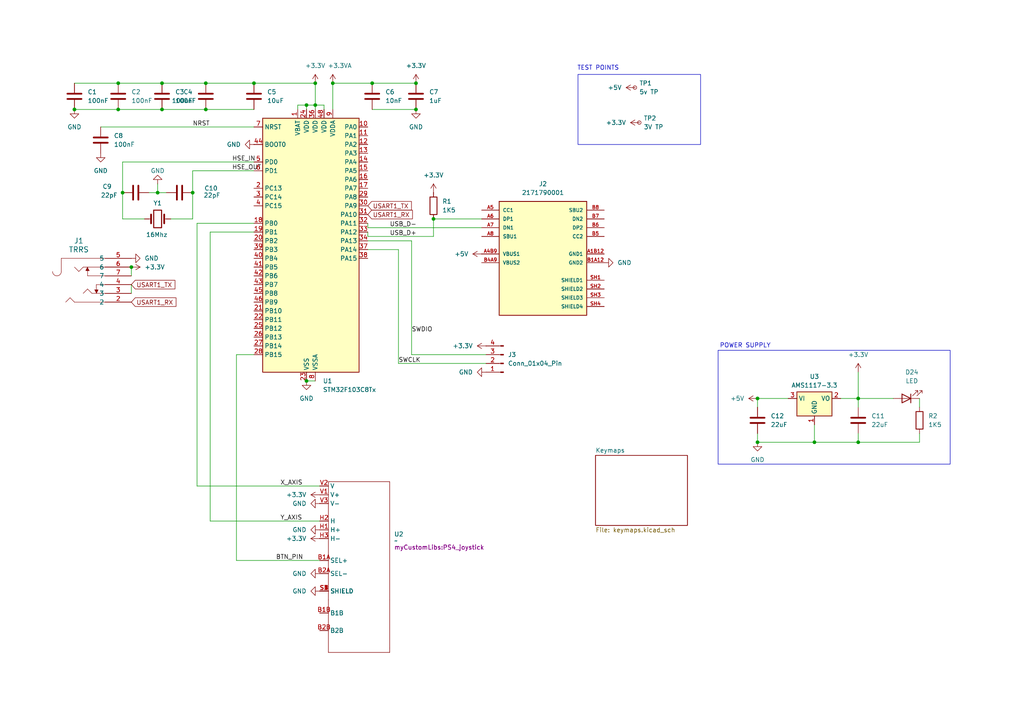
<source format=kicad_sch>
(kicad_sch (version 20231120) (generator "eeschema") (generator_version "8.0")
  (paper "A4")
  (lib_symbols
    (symbol "2024-10-08_17-42-46:PJ-342B-TX-SMT" (pin_names (offset 0.254))
      (property "Reference" "J" (at -10.16 7.62 0))
      (property "Value" "PJ-342B-TX-SMT" (at -10.16 5.08 0))
      (symbol "PJ-342B-TX-SMT_0_1"
        (arc (start -22.86 -3.81) (mid -21.59 -5.0744) (end -20.32 -3.81) (stroke (width 0.127)))
        (polyline (pts (xy -20.32 0) (xy -20.32 -3.81)) (stroke (width 0.127)))
        (polyline (pts (xy -17.78 -11.43) (xy -19.05 -12.7)) (stroke (width 0.127)))
        (polyline (pts (xy -16.51 -12.7) (xy -17.78 -11.43)) (stroke (width 0.127)))
        (polyline (pts (xy -15.24 -3.81) (xy -16.51 -2.54)) (stroke (width 0.127)))
        (polyline (pts (xy -13.97 -2.54) (xy -15.24 -3.81)) (stroke (width 0.127)))
        (polyline (pts (xy -12.7 -8.89) (xy -13.97 -10.16)) (stroke (width 0.127)))
        (polyline (pts (xy -12.7 -5.08) (xy -7.62 -5.08)) (stroke (width 0.127)))
        (polyline (pts (xy -12.7 -3.556) (xy -12.7 -5.08)) (stroke (width 0.127)))
        (polyline (pts (xy -11.43 -10.16) (xy -12.7 -8.89)) (stroke (width 0.127)))
        (polyline (pts (xy -10.16 -9.144) (xy -10.16 -7.62)) (stroke (width 0.127)))
        (polyline (pts (xy -10.16 -7.62) (xy -7.62 -7.62)) (stroke (width 0.127)))
        (polyline (pts (xy -7.62 -12.7) (xy -16.51 -12.7)) (stroke (width 0.127)))
        (polyline (pts (xy -7.62 -10.16) (xy -11.43 -10.16)) (stroke (width 0.127)))
        (polyline (pts (xy -7.62 -2.54) (xy -13.97 -2.54)) (stroke (width 0.127)))
        (polyline (pts (xy -7.62 0) (xy -20.32 0)) (stroke (width 0.127)))
        (polyline (pts (xy -12.7 -2.54) (xy -13.208 -3.556) (xy -12.192 -3.556)) (fill (type outline)))
        (polyline (pts (xy -10.16 -10.16) (xy -9.652 -9.144) (xy -10.668 -9.144)) (fill (type outline)))
        (pin unspecified line (at 0 -12.7 180) (length 7.62) (name "2") (number "2"))
        (pin unspecified line (at 0 -10.16 180) (length 7.62) (name "3") (number "3"))
        (pin unspecified line (at 0 -7.62 180) (length 7.62) (name "4") (number "4"))
        (pin unspecified line (at 0 0 180) (length 7.62) (name "5") (number "5"))
        (pin unspecified line (at 0 -2.54 180) (length 7.62) (name "6") (number "6"))
        (pin unspecified line (at 0 -5.08 180) (length 7.62) (name "7") (number "7"))
      )
    )
    (symbol "Connector:Conn_01x04_Pin" (pin_names (offset 1.016) hide)
      (property "Reference" "J" (at 0 5.08 0))
      (property "Value" "Conn_01x04_Pin" (at 0 -7.62 0))
      (symbol "Conn_01x04_Pin_1_1"
        (polyline (pts (xy 1.27 -5.08) (xy 0.8636 -5.08)) (stroke (width 0.1524)))
        (polyline (pts (xy 1.27 -2.54) (xy 0.8636 -2.54)) (stroke (width 0.1524)))
        (polyline (pts (xy 1.27 0) (xy 0.8636 0)) (stroke (width 0.1524)))
        (polyline (pts (xy 1.27 2.54) (xy 0.8636 2.54)) (stroke (width 0.1524)))
        (rectangle (start 0.8636 -4.953) (end 0 -5.207) (stroke (width 0.1524)) (fill (type outline)))
        (rectangle (start 0.8636 -2.413) (end 0 -2.667) (stroke (width 0.1524)) (fill (type outline)))
        (rectangle (start 0.8636 0.127) (end 0 -0.127) (stroke (width 0.1524)) (fill (type outline)))
        (rectangle (start 0.8636 2.667) (end 0 2.413) (stroke (width 0.1524)) (fill (type outline)))
        (pin passive line (at 5.08 2.54 180) (length 3.81) (name "Pin_1") (number "1"))
        (pin passive line (at 5.08 0 180) (length 3.81) (name "Pin_2") (number "2"))
        (pin passive line (at 5.08 -2.54 180) (length 3.81) (name "Pin_3") (number "3"))
        (pin passive line (at 5.08 -5.08 180) (length 3.81) (name "Pin_4") (number "4"))
      )
    )
    (symbol "Connector:TestPoint_Small" (pin_numbers hide) (pin_names (offset 0.762) hide)
      (property "Reference" "TP" (at 0 3.81 0))
      (property "Value" "TestPoint_Small" (at 0 2.032 0))
      (symbol "TestPoint_Small_0_1"
        (circle (center 0 0) (radius 0.508))
      )
      (symbol "TestPoint_Small_1_1"
        (pin passive line (at 0 0 90) (length 0) (name "1") (number "1"))
      )
    )
    (symbol "Device:C" (pin_numbers hide) (pin_names (offset 0.254))
      (property "Reference" "C" (at 0.635 2.54 0))
      (property "Value" "C" (at 0.635 -2.54 0))
      (symbol "C_0_1"
        (polyline (pts (xy -2.032 -0.762) (xy 2.032 -0.762)) (stroke (width 0.508)))
        (polyline (pts (xy -2.032 0.762) (xy 2.032 0.762)) (stroke (width 0.508)))
      )
      (symbol "C_1_1"
        (pin passive line (at 0 3.81 270) (length 2.794) (name "~") (number "1"))
        (pin passive line (at 0 -3.81 90) (length 2.794) (name "~") (number "2"))
      )
    )
    (symbol "Device:Crystal" (pin_numbers hide) (pin_names (offset 1.016) hide)
      (property "Reference" "Y" (at 0 3.81 0))
      (property "Value" "Crystal" (at 0 -3.81 0))
      (symbol "Crystal_0_1"
        (rectangle (start -1.143 2.54) (end 1.143 -2.54) (stroke (width 0.3048)))
        (polyline (pts (xy -2.54 0) (xy -1.905 0)))
        (polyline (pts (xy -1.905 -1.27) (xy -1.905 1.27)) (stroke (width 0.508)))
        (polyline (pts (xy 1.905 -1.27) (xy 1.905 1.27)) (stroke (width 0.508)))
        (polyline (pts (xy 2.54 0) (xy 1.905 0)))
      )
      (symbol "Crystal_1_1"
        (pin passive line (at -3.81 0 0) (length 1.27) (name "1") (number "1"))
        (pin passive line (at 3.81 0 180) (length 1.27) (name "2") (number "2"))
      )
    )
    (symbol "Device:LED" (pin_numbers hide) (pin_names (offset 1.016) hide)
      (property "Reference" "D" (at 0 2.54 0))
      (property "Value" "LED" (at 0 -2.54 0))
      (symbol "LED_0_1"
        (polyline (pts (xy -1.27 -1.27) (xy -1.27 1.27)) (stroke (width 0.254)))
        (polyline (pts (xy -1.27 0) (xy 1.27 0)))
        (polyline (pts (xy 1.27 -1.27) (xy 1.27 1.27) (xy -1.27 0) (xy 1.27 -1.27)) (stroke (width 0.254)))
        (polyline (pts (xy -3.048 -0.762) (xy -4.572 -2.286) (xy -3.81 -2.286) (xy -4.572 -2.286) (xy -4.572 -1.524)))
        (polyline (pts (xy -1.778 -0.762) (xy -3.302 -2.286) (xy -2.54 -2.286) (xy -3.302 -2.286) (xy -3.302 -1.524)))
      )
      (symbol "LED_1_1"
        (pin passive line (at -3.81 0 0) (length 2.54) (name "K") (number "1"))
        (pin passive line (at 3.81 0 180) (length 2.54) (name "A") (number "2"))
      )
    )
    (symbol "Device:R" (pin_numbers hide) (pin_names (offset 0))
      (property "Reference" "R" (at 2.032 0 90))
      (property "Value" "R" (at 0 0 90))
      (symbol "R_0_1"
        (rectangle (start -1.016 -2.54) (end 1.016 2.54) (stroke (width 0.254)))
      )
      (symbol "R_1_1"
        (pin passive line (at 0 3.81 270) (length 1.27) (name "~") (number "1"))
        (pin passive line (at 0 -3.81 90) (length 1.27) (name "~") (number "2"))
      )
    )
    (symbol "MCU_ST_STM32F1:STM32F103C8Tx"
      (property "Reference" "U" (at -12.7 39.37 0))
      (property "Value" "STM32F103C8Tx" (at 10.16 39.37 0))
      (symbol "STM32F103C8Tx_0_1"
        (rectangle (start -12.7 -35.56) (end 15.24 38.1) (stroke (width 0.254)) (fill (type background)))
      )
      (symbol "STM32F103C8Tx_1_1"
        (pin power_in line (at -2.54 40.64 270) (length 2.54) (name "VBAT") (number "1"))
        (pin bidirectional line (at 17.78 35.56 180) (length 2.54) (name "PA0") (number "10"))
        (pin bidirectional line (at 17.78 33.02 180) (length 2.54) (name "PA1") (number "11"))
        (pin bidirectional line (at 17.78 30.48 180) (length 2.54) (name "PA2") (number "12"))
        (pin bidirectional line (at 17.78 27.94 180) (length 2.54) (name "PA3") (number "13"))
        (pin bidirectional line (at 17.78 25.4 180) (length 2.54) (name "PA4") (number "14"))
        (pin bidirectional line (at 17.78 22.86 180) (length 2.54) (name "PA5") (number "15"))
        (pin bidirectional line (at 17.78 20.32 180) (length 2.54) (name "PA6") (number "16"))
        (pin bidirectional line (at 17.78 17.78 180) (length 2.54) (name "PA7") (number "17"))
        (pin bidirectional line (at -15.24 7.62 0) (length 2.54) (name "PB0") (number "18"))
        (pin bidirectional line (at -15.24 5.08 0) (length 2.54) (name "PB1") (number "19"))
        (pin bidirectional line (at -15.24 17.78 0) (length 2.54) (name "PC13") (number "2"))
        (pin bidirectional line (at -15.24 2.54 0) (length 2.54) (name "PB2") (number "20"))
        (pin bidirectional line (at -15.24 -17.78 0) (length 2.54) (name "PB10") (number "21"))
        (pin bidirectional line (at -15.24 -20.32 0) (length 2.54) (name "PB11") (number "22"))
        (pin power_in line (at 0 -38.1 90) (length 2.54) (name "VSS") (number "23"))
        (pin power_in line (at 0 40.64 270) (length 2.54) (name "VDD") (number "24"))
        (pin bidirectional line (at -15.24 -22.86 0) (length 2.54) (name "PB12") (number "25"))
        (pin bidirectional line (at -15.24 -25.4 0) (length 2.54) (name "PB13") (number "26"))
        (pin bidirectional line (at -15.24 -27.94 0) (length 2.54) (name "PB14") (number "27"))
        (pin bidirectional line (at -15.24 -30.48 0) (length 2.54) (name "PB15") (number "28"))
        (pin bidirectional line (at 17.78 15.24 180) (length 2.54) (name "PA8") (number "29"))
        (pin bidirectional line (at -15.24 15.24 0) (length 2.54) (name "PC14") (number "3"))
        (pin bidirectional line (at 17.78 12.7 180) (length 2.54) (name "PA9") (number "30"))
        (pin bidirectional line (at 17.78 10.16 180) (length 2.54) (name "PA10") (number "31"))
        (pin bidirectional line (at 17.78 7.62 180) (length 2.54) (name "PA11") (number "32"))
        (pin bidirectional line (at 17.78 5.08 180) (length 2.54) (name "PA12") (number "33"))
        (pin bidirectional line (at 17.78 2.54 180) (length 2.54) (name "PA13") (number "34"))
        (pin passive line (at 0 -38.1 90) (length 2.54) hide (name "VSS") (number "35"))
        (pin power_in line (at 2.54 40.64 270) (length 2.54) (name "VDD") (number "36"))
        (pin bidirectional line (at 17.78 0 180) (length 2.54) (name "PA14") (number "37"))
        (pin bidirectional line (at 17.78 -2.54 180) (length 2.54) (name "PA15") (number "38"))
        (pin bidirectional line (at -15.24 0 0) (length 2.54) (name "PB3") (number "39"))
        (pin bidirectional line (at -15.24 12.7 0) (length 2.54) (name "PC15") (number "4"))
        (pin bidirectional line (at -15.24 -2.54 0) (length 2.54) (name "PB4") (number "40"))
        (pin bidirectional line (at -15.24 -5.08 0) (length 2.54) (name "PB5") (number "41"))
        (pin bidirectional line (at -15.24 -7.62 0) (length 2.54) (name "PB6") (number "42"))
        (pin bidirectional line (at -15.24 -10.16 0) (length 2.54) (name "PB7") (number "43"))
        (pin input line (at -15.24 30.48 0) (length 2.54) (name "BOOT0") (number "44"))
        (pin bidirectional line (at -15.24 -12.7 0) (length 2.54) (name "PB8") (number "45"))
        (pin bidirectional line (at -15.24 -15.24 0) (length 2.54) (name "PB9") (number "46"))
        (pin passive line (at 0 -38.1 90) (length 2.54) hide (name "VSS") (number "47"))
        (pin power_in line (at 5.08 40.64 270) (length 2.54) (name "VDD") (number "48"))
        (pin bidirectional line (at -15.24 25.4 0) (length 2.54) (name "PD0") (number "5"))
        (pin bidirectional line (at -15.24 22.86 0) (length 2.54) (name "PD1") (number "6"))
        (pin input line (at -15.24 35.56 0) (length 2.54) (name "NRST") (number "7"))
        (pin power_in line (at 2.54 -38.1 90) (length 2.54) (name "VSSA") (number "8"))
        (pin power_in line (at 7.62 40.64 270) (length 2.54) (name "VDDA") (number "9"))
      )
    )
    (symbol "Regulator_Linear:AMS1117-3.3"
      (property "Reference" "U" (at -3.81 3.175 0))
      (property "Value" "AMS1117-3.3" (at 0 3.175 0))
      (symbol "AMS1117-3.3_0_1"
        (rectangle (start -5.08 -5.08) (end 5.08 1.905) (stroke (width 0.254)) (fill (type background)))
      )
      (symbol "AMS1117-3.3_1_1"
        (pin power_in line (at 0 -7.62 90) (length 2.54) (name "GND") (number "1"))
        (pin power_out line (at 7.62 0 180) (length 2.54) (name "VO") (number "2"))
        (pin power_in line (at -7.62 0 0) (length 2.54) (name "VI") (number "3"))
      )
    )
    (symbol "myCustomLibs:2171790001" (pin_names (offset 1.016))
      (property "Reference" "J" (at -12.7 16.002 0))
      (property "Value" "2171790001" (at -12.7 -18.542 0))
      (symbol "2171790001_0_0"
        (rectangle (start -12.7 15.24) (end 12.7 -17.78) (stroke (width 0.254)) (fill (type background)))
        (pin power_in line (at 17.78 0 180) (length 5.08) (name "GND1") (number "A1B12"))
        (pin power_in line (at -17.78 0 0) (length 5.08) (name "VBUS1") (number "A4B9"))
        (pin bidirectional line (at -17.78 12.7 0) (length 5.08) (name "CC1") (number "A5"))
        (pin bidirectional line (at -17.78 10.16 0) (length 5.08) (name "DP1") (number "A6"))
        (pin bidirectional line (at -17.78 7.62 0) (length 5.08) (name "DN1") (number "A7"))
        (pin bidirectional line (at -17.78 5.08 0) (length 5.08) (name "SBU1") (number "A8"))
        (pin power_in line (at 17.78 -2.54 180) (length 5.08) (name "GND2") (number "B1A12"))
        (pin power_in line (at -17.78 -2.54 0) (length 5.08) (name "VBUS2") (number "B4A9"))
        (pin bidirectional line (at 17.78 5.08 180) (length 5.08) (name "CC2") (number "B5"))
        (pin bidirectional line (at 17.78 7.62 180) (length 5.08) (name "DP2") (number "B6"))
        (pin bidirectional line (at 17.78 10.16 180) (length 5.08) (name "DN2") (number "B7"))
        (pin bidirectional line (at 17.78 12.7 180) (length 5.08) (name "SBU2") (number "B8"))
        (pin passive line (at 17.78 -7.62 180) (length 5.08) (name "SHIELD1") (number "SH1"))
        (pin passive line (at 17.78 -10.16 180) (length 5.08) (name "SHIELD2") (number "SH2"))
        (pin passive line (at 17.78 -12.7 180) (length 5.08) (name "SHIELD3") (number "SH3"))
        (pin passive line (at 17.78 -15.24 180) (length 5.08) (name "SHIELD4") (number "SH4"))
      )
    )
    (symbol "myCustomLibs:PS4_JOYSTICK"
      (property "Reference" "U2" (at 10.16 1.2701 0))
      (property "Value" "~" (at 10.16 -0.635 0))
      (property "Footprint" "myCustomLibs:PS4_joystick" (at 10.16 -2.5399 0))
      (symbol "PS4_JOYSTICK_0_1"
        (rectangle (start -8.89 -33.02) (end 8.89 -33.02))
        (rectangle (start -8.89 -17.78) (end -8.89 -33.02))
        (rectangle (start -8.89 -13.97) (end -8.89 -17.78))
        (rectangle (start -8.89 -6.35) (end -8.89 -13.97))
        (rectangle (start -8.89 5.08) (end -8.89 -6.35))
        (rectangle (start -8.89 5.08) (end -8.89 16.51))
        (rectangle (start -8.89 16.51) (end 8.89 16.51))
        (rectangle (start 8.89 -31.75) (end 8.89 -33.02))
        (rectangle (start 8.89 -17.78) (end 8.89 -31.75))
        (rectangle (start 8.89 16.51) (end 8.89 -17.78))
      )
      (symbol "PS4_JOYSTICK_1_1"
        (pin input line (at -11.43 -6.35 0) (length 2.54) (name "SEL+") (number "B1A"))
        (pin input line (at -11.43 -21.59 0) (length 2.54) (name "B1B") (number "B1B"))
        (pin input line (at -11.43 -10.16 0) (length 2.54) (name "SEL-") (number "B2A"))
        (pin input line (at -11.43 -26.67 0) (length 2.54) (name "B2B") (number "B2B"))
        (pin input line (at -11.43 2.54 0) (length 2.54) (name "H+") (number "H1"))
        (pin input line (at -11.43 5.08 0) (length 2.54) (name "H") (number "H2"))
        (pin input line (at -11.43 0 0) (length 2.54) (name "H-") (number "H3"))
        (pin input line (at -11.43 -15.24 0) (length 2.54) (name "SHIELD") (number "S1"))
        (pin input line (at -11.43 -15.24 0) (length 2.54) (name "SHIELD") (number "S2"))
        (pin input line (at -11.43 -15.24 0) (length 2.54) (name "SHIELD") (number "S3"))
        (pin input line (at -11.43 -15.24 0) (length 2.54) (name "SHIELD") (number "S4"))
        (pin input line (at -11.43 12.7 0) (length 2.54) (name "V+") (number "V1"))
        (pin input line (at -11.43 15.24 0) (length 2.54) (name "V") (number "V2"))
        (pin input line (at -11.43 10.16 0) (length 2.54) (name "V-") (number "V3"))
      )
    )
    (symbol "power:+3.3V" (power) (pin_numbers hide) (pin_names (offset 0) hide)
      (property "Value" "+3.3V" (at 0 3.556 0))
      (symbol "+3.3V_0_1"
        (polyline (pts (xy -0.762 1.27) (xy 0 2.54)))
        (polyline (pts (xy 0 0) (xy 0 2.54)))
        (polyline (pts (xy 0 2.54) (xy 0.762 1.27)))
      )
      (symbol "+3.3V_1_1"
        (pin power_in line (at 0 0 90) (length 0) (name "~") (number "1"))
      )
    )
    (symbol "power:+3.3VA" (power) (pin_numbers hide) (pin_names (offset 0) hide)
      (property "Value" "+3.3VA" (at 0 3.556 0))
      (symbol "+3.3VA_0_1"
        (polyline (pts (xy -0.762 1.27) (xy 0 2.54)))
        (polyline (pts (xy 0 0) (xy 0 2.54)))
        (polyline (pts (xy 0 2.54) (xy 0.762 1.27)))
      )
      (symbol "+3.3VA_1_1"
        (pin power_in line (at 0 0 90) (length 0) (name "~") (number "1"))
      )
    )
    (symbol "power:+5V" (power) (pin_numbers hide) (pin_names (offset 0) hide)
      (property "Value" "+5V" (at 0 3.556 0))
      (symbol "+5V_0_1"
        (polyline (pts (xy -0.762 1.27) (xy 0 2.54)))
        (polyline (pts (xy 0 0) (xy 0 2.54)))
        (polyline (pts (xy 0 2.54) (xy 0.762 1.27)))
      )
      (symbol "+5V_1_1"
        (pin power_in line (at 0 0 90) (length 0) (name "~") (number "1"))
      )
    )
    (symbol "power:GND" (power) (pin_numbers hide) (pin_names (offset 0) hide)
      (property "Value" "GND" (at 0 -3.81 0))
      (symbol "GND_0_1"
        (polyline (pts (xy 0 0) (xy 0 -1.27) (xy 1.27 -1.27) (xy 0 -2.54) (xy -1.27 -1.27) (xy 0 -1.27)))
      )
      (symbol "GND_1_1"
        (pin power_in line (at 0 0 270) (length 0) (name "~") (number "1"))
      )
    )
  )
  (junction (at 38.1 77.47))
  (junction (at 45.72 55.88))
  (junction (at 91.44 24.13))
  (junction (at 73.66 24.13))
  (junction (at 219.71 115.57))
  (junction (at 96.52 24.13))
  (junction (at 88.9 30.48))
  (junction (at 21.59 31.75))
  (junction (at 55.88 55.88))
  (junction (at 120.65 24.13))
  (junction (at 59.69 31.75))
  (junction (at 59.69 24.13))
  (junction (at 88.9 110.49))
  (junction (at 107.95 24.13))
  (junction (at 34.29 31.75))
  (junction (at 46.99 31.75))
  (junction (at 46.99 24.13))
  (junction (at 34.29 24.13))
  (junction (at 91.44 30.48))
  (junction (at 120.65 31.75))
  (junction (at 236.22 128.27))
  (junction (at 248.92 115.57))
  (junction (at 125.73 63.5))
  (junction (at 35.56 55.88))
  (junction (at 219.71 128.27))
  (junction (at 248.92 128.27))
  (wire (pts (xy 43.18 55.88) (xy 45.72 55.88)))
  (wire (pts (xy 96.52 24.13) (xy 96.52 31.75)))
  (wire (pts (xy 248.92 125.73) (xy 248.92 128.27)))
  (wire (pts (xy 21.59 31.75) (xy 34.29 31.75)))
  (wire (pts (xy 57.15 64.77) (xy 57.15 140.97)))
  (wire (pts (xy 73.66 102.87) (xy 68.58 102.87)))
  (wire (pts (xy 45.72 55.88) (xy 48.26 55.88)))
  (wire (pts (xy 68.58 162.56) (xy 92.71 162.56)))
  (wire (pts (xy 248.92 115.57) (xy 259.08 115.57)))
  (wire (pts (xy 21.59 24.13) (xy 34.29 24.13)))
  (wire (pts (xy 219.71 118.11) (xy 219.71 115.57)))
  (wire (pts (xy 35.56 46.99) (xy 35.56 55.88)))
  (wire (pts (xy 57.15 64.77) (xy 73.66 64.77)))
  (wire (pts (xy 34.29 24.13) (xy 46.99 24.13)))
  (wire (pts (xy 29.21 36.83) (xy 73.66 36.83)))
  (wire (pts (xy 49.53 63.5) (xy 55.88 63.5)))
  (wire (pts (xy 46.99 31.75) (xy 59.69 31.75)))
  (wire (pts (xy 219.71 115.57) (xy 228.6 115.57)))
  (wire (pts (xy 86.36 30.48) (xy 86.36 31.75)))
  (wire (pts (xy 107.95 24.13) (xy 120.65 24.13)))
  (wire (pts (xy 248.92 118.11) (xy 248.92 115.57)))
  (wire (pts (xy 88.9 30.48) (xy 86.36 30.48)))
  (wire (pts (xy 68.58 102.87) (xy 68.58 162.56)))
  (wire (pts (xy 248.92 107.95) (xy 248.92 115.57)))
  (wire (pts (xy 46.99 24.13) (xy 59.69 24.13)))
  (wire (pts (xy 119.38 69.85) (xy 119.38 102.87)))
  (wire (pts (xy 35.56 55.88) (xy 35.56 63.5)))
  (wire (pts (xy 60.96 151.13) (xy 92.71 151.13)))
  (wire (pts (xy 266.7 128.27) (xy 248.92 128.27)))
  (wire (pts (xy 59.69 24.13) (xy 73.66 24.13)))
  (wire (pts (xy 106.68 68.58) (xy 106.68 67.31)))
  (wire (pts (xy 91.44 30.48) (xy 91.44 31.75)))
  (wire (pts (xy 57.15 140.97) (xy 92.71 140.97)))
  (wire (pts (xy 248.92 115.57) (xy 243.84 115.57)))
  (wire (pts (xy 55.88 49.53) (xy 55.88 55.88)))
  (wire (pts (xy 55.88 55.88) (xy 55.88 63.5)))
  (wire (pts (xy 119.38 102.87) (xy 140.97 102.87)))
  (wire (pts (xy 88.9 110.49) (xy 91.44 110.49)))
  (wire (pts (xy 38.1 77.47) (xy 38.1 80.01)))
  (wire (pts (xy 125.73 68.58) (xy 125.73 63.5)))
  (wire (pts (xy 106.68 68.58) (xy 125.73 68.58)))
  (wire (pts (xy 106.68 66.04) (xy 139.7 66.04)))
  (wire (pts (xy 115.57 105.41) (xy 140.97 105.41)))
  (wire (pts (xy 91.44 30.48) (xy 93.98 30.48)))
  (wire (pts (xy 34.29 31.75) (xy 46.99 31.75)))
  (wire (pts (xy 35.56 46.99) (xy 73.66 46.99)))
  (wire (pts (xy 55.88 49.53) (xy 73.66 49.53)))
  (wire (pts (xy 236.22 123.19) (xy 236.22 128.27)))
  (wire (pts (xy 106.68 66.04) (xy 106.68 64.77)))
  (wire (pts (xy 107.95 31.75) (xy 120.65 31.75)))
  (wire (pts (xy 106.68 69.85) (xy 119.38 69.85)))
  (wire (pts (xy 91.44 24.13) (xy 73.66 24.13)))
  (wire (pts (xy 125.73 63.5) (xy 139.7 63.5)))
  (wire (pts (xy 38.1 82.55) (xy 38.1 85.09)))
  (wire (pts (xy 266.7 125.73) (xy 266.7 128.27)))
  (wire (pts (xy 91.44 24.13) (xy 91.44 30.48)))
  (wire (pts (xy 106.68 72.39) (xy 115.57 72.39)))
  (wire (pts (xy 236.22 128.27) (xy 248.92 128.27)))
  (wire (pts (xy 219.71 125.73) (xy 219.71 128.27)))
  (wire (pts (xy 96.52 24.13) (xy 107.95 24.13)))
  (wire (pts (xy 115.57 72.39) (xy 115.57 105.41)))
  (wire (pts (xy 266.7 115.57) (xy 266.7 118.11)))
  (wire (pts (xy 59.69 31.75) (xy 73.66 31.75)))
  (wire (pts (xy 91.44 30.48) (xy 88.9 30.48)))
  (wire (pts (xy 45.72 53.34) (xy 45.72 55.88)))
  (wire (pts (xy 219.71 128.27) (xy 236.22 128.27)))
  (wire (pts (xy 60.96 67.31) (xy 73.66 67.31)))
  (wire (pts (xy 93.98 30.48) (xy 93.98 31.75)))
  (wire (pts (xy 35.56 63.5) (xy 41.91 63.5)))
  (wire (pts (xy 60.96 151.13) (xy 60.96 67.31)))
  (wire (pts (xy 88.9 30.48) (xy 88.9 31.75)))
  (rectangle (start 167.64 21.59) (end 203.2 41.91))
  (rectangle (start 208.28 101.6) (end 275.59 134.62))
  (text "TEST POINTS\n" (at 173.482 19.812 0) (effects (font (size 1.27 1.27))))
  (text "POWER SUPPLY\n" (at 216.154 100.33 0) (effects (font (size 1.27 1.27))))
  (label "HSE_IN" (at 67.31 46.99 0))
  (label "HSE_OUT" (at 67.31 49.53 0))
  (label "SWDIO" (at 119.38 96.52 0))
  (label "X_AXIS" (at 81.28 140.97 0))
  (label "BTN_PIN" (at 80.01 162.56 0))
  (label "NRST" (at 55.88 36.83 0))
  (label "USB_D+" (at 113.03 68.58 0))
  (label "USB_D-" (at 113.03 66.04 0))
  (label "Y_AXIS" (at 81.28 151.13 0))
  (label "SWCLK" (at 115.57 105.41 0))
  (global_label "USART1_RX" (shape input) (at 38.1 87.63 0) (property "Intersheetrefs" "${INTERSHEET_REFS}" (effects (hide yes))))
  (global_label "USART1_RX" (shape input) (at 106.68 62.23 0) (property "Intersheetrefs" "${INTERSHEET_REFS}" (effects (hide yes))))
  (global_label "USART1_TX" (shape input) (at 106.68 59.69 0) (property "Intersheetrefs" "${INTERSHEET_REFS}" (effects (hide yes))))
  (global_label "USART1_TX" (shape input) (at 38.1 82.55 0) (property "Intersheetrefs" "${INTERSHEET_REFS}" (effects (hide yes))))
  (symbol (lib_id "Device:R") (at 125.73 59.69 0) (unit 1)
    (property "Reference" "R1" (at 128.27 58.4199 0) (effects (justify left)))
    (property "Value" "1K5" (at 128.27 60.9599 0) (effects (justify left)))
    (property "Footprint" "Resistor_THT:R_Axial_DIN0207_L6.3mm_D2.5mm_P10.16mm_Horizontal" (effects (hide yes)))
    (property "Description" "Resistor" (effects (hide yes)))
  )
  (symbol (lib_id "power:+3.3V") (at 125.73 55.88 0) (unit 1)
    (property "Reference" "#PWR016" (effects (hide yes)))
    (property "Value" "+3.3V" (at 125.73 50.8 0))
    (property "Description" "Power symbol creates a global label with name \"+3.3V\"" (effects (hide yes)))
  )
  (symbol (lib_id "power:+3.3V") (at 91.44 24.13 0) (unit 1)
    (property "Reference" "#PWR04" (effects (hide yes)))
    (property "Value" "+3.3V" (at 91.44 19.05 0))
    (property "Description" "Power symbol creates a global label with name \"+3.3V\"" (effects (hide yes)))
  )
  (symbol (lib_id "Device:C") (at 29.21 40.64 0) (unit 1)
    (property "Reference" "C8" (at 33.02 39.3699 0) (effects (justify left)))
    (property "Value" "100nF" (at 33.02 41.9099 0) (effects (justify left)))
    (property "Footprint" "Capacitor_THT:C_Disc_D4.3mm_W1.9mm_P5.00mm" (effects (hide yes)))
    (property "Description" "Unpolarized capacitor" (effects (hide yes)))
  )
  (symbol (lib_id "power:+5V") (at 139.7 73.66 90) (unit 1)
    (property "Reference" "#PWR03" (effects (hide yes)))
    (property "Value" "+5V" (at 135.89 73.6599 90) (effects (justify left)))
    (property "Description" "Power symbol creates a global label with name \"+5V\"" (effects (hide yes)))
  )
  (symbol (lib_id "Device:C") (at 107.95 27.94 0) (unit 1)
    (property "Reference" "C6" (at 111.76 26.6699 0) (effects (justify left)))
    (property "Value" "10nF" (at 111.76 29.2099 0) (effects (justify left)))
    (property "Footprint" "Capacitor_THT:C_Disc_D4.3mm_W1.9mm_P5.00mm" (effects (hide yes)))
    (property "Description" "Unpolarized capacitor" (effects (hide yes)))
  )
  (symbol (lib_id "Device:C") (at 39.37 55.88 270) (unit 1)
    (property "Reference" "C9" (at 29.718 54.102 90) (effects (justify left)))
    (property "Value" "22pF" (at 29.21 56.642 90) (effects (justify left)))
    (property "Footprint" "Capacitor_THT:C_Disc_D3.0mm_W1.6mm_P2.50mm" (effects (hide yes)))
    (property "Description" "Unpolarized capacitor" (effects (hide yes)))
  )
  (symbol (lib_id "Device:R") (at 266.7 121.92 0) (unit 1)
    (property "Reference" "R2" (at 269.24 120.6499 0) (effects (justify left)))
    (property "Value" "1K5" (at 269.24 123.1899 0) (effects (justify left)))
    (property "Footprint" "Resistor_THT:R_Axial_DIN0207_L6.3mm_D2.5mm_P10.16mm_Horizontal" (effects (hide yes)))
    (property "Description" "Resistor" (effects (hide yes)))
  )
  (symbol (lib_id "Device:C") (at 21.59 27.94 0) (unit 1)
    (property "Reference" "C1" (at 25.4 26.6699 0) (effects (justify left)))
    (property "Value" "100nF" (at 25.4 29.2099 0) (effects (justify left)))
    (property "Footprint" "Capacitor_THT:C_Disc_D4.3mm_W1.9mm_P5.00mm" (effects (hide yes)))
    (property "Description" "Unpolarized capacitor" (effects (hide yes)))
  )
  (symbol (lib_id "power:+3.3V") (at 92.71 143.51 90) (unit 1)
    (property "Reference" "#PWR022" (effects (hide yes)))
    (property "Value" "+3.3V" (at 88.9 143.5099 90) (effects (justify left)))
    (property "Description" "Power symbol creates a global label with name \"+3.3V\"" (effects (hide yes)))
  )
  (symbol (lib_id "power:+3.3V") (at 185.42 35.56 90) (unit 1)
    (property "Reference" "#PWR013" (effects (hide yes)))
    (property "Value" "+3.3V" (at 181.61 35.5599 90) (effects (justify left)))
    (property "Description" "Power symbol creates a global label with name \"+3.3V\"" (effects (hide yes)))
  )
  (symbol (lib_id "Device:C") (at 219.71 121.92 180) (unit 1)
    (property "Reference" "C12" (at 223.52 120.6499 0) (effects (justify right)))
    (property "Value" "22uF" (at 223.52 123.1899 0) (effects (justify right)))
    (property "Footprint" "Capacitor_THT:C_Disc_D4.3mm_W1.9mm_P5.00mm" (effects (hide yes)))
    (property "Description" "Unpolarized capacitor" (effects (hide yes)))
  )
  (symbol (lib_id "power:GND") (at 140.97 107.95 270) (unit 1)
    (property "Reference" "#PWR018" (effects (hide yes)))
    (property "Value" "GND" (at 137.16 107.9499 90) (effects (justify right)))
    (property "Description" "Power symbol creates a global label with name \"GND\" , ground" (effects (hide yes)))
  )
  (symbol (lib_id "Device:Crystal") (at 45.72 63.5 0) (unit 1)
    (property "Reference" "Y1" (at 45.72 58.928 0))
    (property "Value" "16Mhz" (at 45.466 68.072 0))
    (property "Footprint" "Crystal:Crystal_HC49-4H_Vertical" (effects (hide yes)))
    (property "Description" "Two pin crystal" (effects (hide yes)))
  )
  (symbol (lib_id "power:GND") (at 45.72 53.34 180) (unit 1)
    (property "Reference" "#PWR027" (effects (hide yes)))
    (property "Value" "GND" (at 45.72 49.53 0))
    (property "Description" "Power symbol creates a global label with name \"GND\" , ground" (effects (hide yes)))
  )
  (symbol (lib_id "Connector:Conn_01x04_Pin") (at 146.05 105.41 180) (unit 1)
    (property "Reference" "J3" (at 147.32 102.8699 0) (effects (justify right)))
    (property "Value" "Conn_01x04_Pin" (at 147.32 105.4099 0) (effects (justify right)))
    (property "Footprint" "Connector_JST:JST_XH_B4B-XH-A_1x04_P2.50mm_Vertical" (effects (hide yes)))
    (property "Description" "Generic connector, single row, 01x04, script generated" (effects (hide yes)))
  )
  (symbol (lib_id "power:GND") (at 175.26 76.2 90) (unit 1)
    (property "Reference" "#PWR01" (effects (hide yes)))
    (property "Value" "GND" (at 179.07 76.1999 90) (effects (justify right)))
    (property "Description" "Power symbol creates a global label with name \"GND\" , ground" (effects (hide yes)))
  )
  (symbol (lib_id "Device:C") (at 73.66 27.94 0) (unit 1)
    (property "Reference" "C5" (at 77.47 26.6699 0) (effects (justify left)))
    (property "Value" "10uF" (at 77.47 29.2099 0) (effects (justify left)))
    (property "Footprint" "Capacitor_THT:CP_Radial_Tantal_D5.5mm_P2.50mm" (effects (hide yes)))
    (property "Description" "Unpolarized capacitor" (effects (hide yes)))
  )
  (symbol (lib_id "Device:C") (at 34.29 27.94 0) (unit 1)
    (property "Reference" "C2" (at 38.1 26.6699 0) (effects (justify left)))
    (property "Value" "100nF" (at 38.1 29.2099 0) (effects (justify left)))
    (property "Footprint" "Capacitor_THT:C_Disc_D4.3mm_W1.9mm_P5.00mm" (effects (hide yes)))
    (property "Description" "Unpolarized capacitor" (effects (hide yes)))
  )
  (symbol (lib_id "myCustomLibs:2171790001") (at 157.48 73.66 0) (unit 1)
    (property "Reference" "J2" (at 157.48 53.34 0))
    (property "Value" "2171790001" (at 157.48 55.88 0))
    (property "Footprint" "myCustomLibs:MOLEX_2171790001" (effects (hide yes)))
    (property "MF" "Molex" (effects (hide yes)))
    (property "MAXIMUM_PACKAGE_HEIGHT" "3.16 mm" (effects (hide yes)))
    (property "Package" "None" (effects (hide yes)))
    (property "Price" "None" (effects (hide yes)))
    (property "Check_prices" "https://www.snapeda.com/parts/217179-0001/Molex/view-part/?ref=eda" (effects (hide yes)))
    (property "STANDARD" "Manufacturer Recommendations" (effects (hide yes)))
    (property "PARTREV" "A1" (effects (hide yes)))
    (property "SnapEDA_Link" "https://www.snapeda.com/parts/217179-0001/Molex/view-part/?ref=snap" (effects (hide yes)))
    (property "MP" "217179-0001" (effects (hide yes)))
    (property "Purchase-URL" "https://www.snapeda.com/api/url_track_click_mouser/?unipart_id=5817784&manufacturer=Molex&part_name=217179-0001&search_term=usb c 2.0 16 pin" (effects (hide yes)))
    (property "Description_1" "\nUSB Type C - Connector, Top-mount SMT, 16pos | Molex Incorporated 217179-0001\n" (effects (hide yes)))
    (property "Availability" "In Stock" (effects (hide yes)))
    (property "MANUFACTURER" "Molex" (effects (hide yes)))
  )
  (symbol (lib_id "power:+3.3V") (at 92.71 156.21 90) (unit 1)
    (property "Reference" "#PWR024" (effects (hide yes)))
    (property "Value" "+3.3V" (at 88.9 156.2099 90) (effects (justify left)))
    (property "Description" "Power symbol creates a global label with name \"+3.3V\"" (effects (hide yes)))
  )
  (symbol (lib_id "Device:LED") (at 262.89 115.57 180) (unit 1)
    (property "Reference" "D24" (at 264.4775 107.95 0))
    (property "Value" "LED" (at 264.4775 110.49 0))
    (property "Footprint" "LED_SMD:LED_0805_2012Metric" (effects (hide yes)))
    (property "Description" "Light emitting diode" (effects (hide yes)))
  )
  (symbol (lib_id "power:GND") (at 73.66 41.91 270) (unit 1)
    (property "Reference" "#PWR015" (effects (hide yes)))
    (property "Value" "GND" (at 69.85 41.9099 90) (effects (justify right)))
    (property "Description" "Power symbol creates a global label with name \"GND\" , ground" (effects (hide yes)))
  )
  (symbol (lib_id "power:GND") (at 92.71 146.05 270) (unit 1)
    (property "Reference" "#PWR019" (effects (hide yes)))
    (property "Value" "GND" (at 88.9 146.0499 90) (effects (justify right)))
    (property "Description" "Power symbol creates a global label with name \"GND\" , ground" (effects (hide yes)))
  )
  (symbol (lib_id "Device:C") (at 120.65 27.94 0) (unit 1)
    (property "Reference" "C7" (at 124.46 26.6699 0) (effects (justify left)))
    (property "Value" "1uF" (at 124.46 29.2099 0) (effects (justify left)))
    (property "Footprint" "Capacitor_THT:C_Disc_D4.3mm_W1.9mm_P5.00mm" (effects (hide yes)))
    (property "Description" "Unpolarized capacitor" (effects (hide yes)))
  )
  (symbol (lib_id "power:GND") (at 120.65 31.75 0) (unit 1)
    (property "Reference" "#PWR07" (effects (hide yes)))
    (property "Value" "GND" (at 120.65 36.83 0))
    (property "Description" "Power symbol creates a global label with name \"GND\" , ground" (effects (hide yes)))
  )
  (symbol (lib_id "power:GND") (at 88.9 110.49 0) (unit 1)
    (property "Reference" "#PWR02" (effects (hide yes)))
    (property "Value" "GND" (at 88.9 115.57 0))
    (property "Description" "Power symbol creates a global label with name \"GND\" , ground" (effects (hide yes)))
  )
  (symbol (lib_id "power:GND") (at 219.71 128.27 0) (unit 1)
    (property "Reference" "#PWR09" (effects (hide yes)))
    (property "Value" "GND" (at 219.71 133.35 0))
    (property "Description" "Power symbol creates a global label with name \"GND\" , ground" (effects (hide yes)))
  )
  (symbol (lib_id "power:GND") (at 38.1 74.93 90) (unit 1)
    (property "Reference" "#PWR025" (effects (hide yes)))
    (property "Value" "GND" (at 41.91 74.9299 90) (effects (justify right)))
    (property "Description" "Power symbol creates a global label with name \"GND\" , ground" (effects (hide yes)))
  )
  (symbol (lib_id "Device:C") (at 59.69 27.94 0) (mirror y) (unit 1)
    (property "Reference" "C4" (at 55.88 26.6699 0) (effects (justify left)))
    (property "Value" "100nF" (at 55.88 29.2099 0) (effects (justify left)))
    (property "Footprint" "Capacitor_THT:C_Disc_D4.3mm_W1.9mm_P5.00mm" (effects (hide yes)))
    (property "Description" "Unpolarized capacitor" (effects (hide yes)))
  )
  (symbol (lib_id "power:GND") (at 92.71 171.45 270) (unit 1)
    (property "Reference" "#PWR023" (effects (hide yes)))
    (property "Value" "GND" (at 88.9 171.4499 90) (effects (justify right)))
    (property "Description" "Power symbol creates a global label with name \"GND\" , ground" (effects (hide yes)))
  )
  (symbol (lib_id "power:GND") (at 92.71 166.37 270) (unit 1)
    (property "Reference" "#PWR021" (effects (hide yes)))
    (property "Value" "GND" (at 88.9 166.3699 90) (effects (justify right)))
    (property "Description" "Power symbol creates a global label with name \"GND\" , ground" (effects (hide yes)))
  )
  (symbol (lib_id "power:GND") (at 29.21 44.45 0) (unit 1)
    (property "Reference" "#PWR014" (effects (hide yes)))
    (property "Value" "GND" (at 29.21 49.53 0))
    (property "Description" "Power symbol creates a global label with name \"GND\" , ground" (effects (hide yes)))
  )
  (symbol (lib_id "power:+3.3V") (at 248.92 107.95 0) (unit 1)
    (property "Reference" "#PWR011" (effects (hide yes)))
    (property "Value" "+3.3V" (at 248.92 102.87 0))
    (property "Description" "Power symbol creates a global label with name \"+3.3V\"" (effects (hide yes)))
  )
  (symbol (lib_id "power:+3.3V") (at 38.1 77.47 270) (unit 1)
    (property "Reference" "#PWR026" (effects (hide yes)))
    (property "Value" "+3.3V" (at 41.91 77.4699 90) (effects (justify left)))
    (property "Description" "Power symbol creates a global label with name \"+3.3V\"" (effects (hide yes)))
  )
  (symbol (lib_id "Regulator_Linear:AMS1117-3.3") (at 236.22 115.57 0) (unit 1)
    (property "Reference" "U3" (at 236.22 109.22 0))
    (property "Value" "AMS1117-3.3" (at 236.22 111.76 0))
    (property "Footprint" "Package_TO_SOT_SMD:SOT-223-3_TabPin2" (effects (hide yes)))
    (property "Datasheet" "http://www.advanced-monolithic.com/pdf/ds1117.pdf" (effects (hide yes)))
    (property "Description" "1A Low Dropout regulator, positive, 3.3V fixed output, SOT-223" (effects (hide yes)))
  )
  (symbol (lib_id "Connector:TestPoint_Small") (at 184.15 25.4 0) (unit 1)
    (property "Reference" "TP1" (at 185.42 24.1299 0) (effects (justify left)))
    (property "Value" "5v TP" (at 185.42 26.6699 0) (effects (justify left)))
    (property "Footprint" "TestPoint:TestPoint_Pad_1.0x1.0mm" (effects (hide yes)))
    (property "Description" "test point" (effects (hide yes)))
  )
  (symbol (lib_id "2024-10-08_17-42-46:PJ-342B-TX-SMT") (at 38.1 74.93 0) (unit 1)
    (property "Reference" "J1" (at 22.86 69.85 0) (effects (font (size 1.524 1.524))))
    (property "Value" "TRRS" (at 22.86 72.39 0) (effects (font (size 1.524 1.524))))
    (property "Footprint" "footprints:PJ-342B-TX-SMT_XKB" (effects (hide yes)))
    (property "Datasheet" "PJ-342B-TX-SMT" (effects (hide yes)))
    (property "Description" "https://app.ultralibrarian.com/details/8aeca116-60aa-11ec-9033-0a34d6323d74/XKB-Connectivity/PJ-342B-TX-SMT?uid=120082120" (effects (hide yes)))
  )
  (symbol (lib_id "Device:C") (at 46.99 27.94 0) (unit 1)
    (property "Reference" "C3" (at 50.8 26.6699 0) (effects (justify left)))
    (property "Value" "100nF" (at 50.8 29.2099 0) (effects (justify left)))
    (property "Footprint" "Capacitor_THT:C_Disc_D4.3mm_W1.9mm_P5.00mm" (effects (hide yes)))
    (property "Description" "Unpolarized capacitor" (effects (hide yes)))
  )
  (symbol (lib_id "power:+5V") (at 219.71 115.57 90) (unit 1)
    (property "Reference" "#PWR010" (effects (hide yes)))
    (property "Value" "+5V" (at 215.9 115.5699 90) (effects (justify left)))
    (property "Description" "Power symbol creates a global label with name \"+5V\"" (effects (hide yes)))
  )
  (symbol (lib_id "Device:C") (at 52.07 55.88 270) (unit 1)
    (property "Reference" "C10" (at 61.214 54.61 90))
    (property "Value" "22pF" (at 61.468 56.642 90))
    (property "Footprint" "Capacitor_THT:C_Disc_D3.0mm_W1.6mm_P2.50mm" (effects (hide yes)))
    (property "Description" "Unpolarized capacitor" (effects (hide yes)))
  )
  (symbol (lib_id "power:+5V") (at 184.15 25.4 90) (unit 1)
    (property "Reference" "#PWR012" (effects (hide yes)))
    (property "Value" "+5V" (at 180.34 25.3999 90) (effects (justify left)))
    (property "Description" "Power symbol creates a global label with name \"+5V\"" (effects (hide yes)))
  )
  (symbol (lib_id "power:+3.3V") (at 120.65 24.13 0) (unit 1)
    (property "Reference" "#PWR08" (effects (hide yes)))
    (property "Value" "+3.3V" (at 120.65 19.05 0))
    (property "Description" "Power symbol creates a global label with name \"+3.3V\"" (effects (hide yes)))
  )
  (symbol (lib_id "Connector:TestPoint_Small") (at 185.42 35.56 0) (unit 1)
    (property "Reference" "TP2" (at 186.69 34.2899 0) (effects (justify left)))
    (property "Value" "3V TP" (at 186.69 36.8299 0) (effects (justify left)))
    (property "Footprint" "TestPoint:TestPoint_Pad_1.0x1.0mm" (effects (hide yes)))
    (property "Description" "test point" (effects (hide yes)))
  )
  (symbol (lib_id "power:+3.3VA") (at 96.52 24.13 0) (unit 1)
    (property "Reference" "#PWR06" (effects (hide yes)))
    (property "Value" "+3.3VA" (at 98.552 19.05 0))
    (property "Description" "Power symbol creates a global label with name \"+3.3VA\"" (effects (hide yes)))
  )
  (symbol (lib_id "Device:C") (at 248.92 121.92 0) (unit 1)
    (property "Reference" "C11" (at 252.73 120.6499 0) (effects (justify left)))
    (property "Value" "22uF" (at 252.73 123.1899 0) (effects (justify left)))
    (property "Footprint" "Capacitor_THT:C_Disc_D4.3mm_W1.9mm_P5.00mm" (effects (hide yes)))
    (property "Description" "Unpolarized capacitor" (effects (hide yes)))
  )
  (symbol (lib_id "MCU_ST_STM32F1:STM32F103C8Tx") (at 88.9 72.39 0) (unit 1)
    (property "Reference" "U1" (at 93.6341 110.49 0) (effects (justify left)))
    (property "Value" "STM32F103C8Tx" (at 93.6341 113.03 0) (effects (justify left)))
    (property "Footprint" "Package_QFP:LQFP-48_7x7mm_P0.5mm" (effects (hide yes)))
    (property "Datasheet" "https://www.st.com/resource/en/datasheet/stm32f103c8.pdf" (effects (hide yes)))
    (property "Description" "STMicroelectronics Arm Cortex-M3 MCU, 64KB flash, 20KB RAM, 72 MHz, 2.0-3.6V, 37 GPIO, LQFP48" (effects (hide yes)))
  )
  (symbol (lib_id "power:GND") (at 21.59 31.75 0) (unit 1)
    (property "Reference" "#PWR05" (effects (hide yes)))
    (property "Value" "GND" (at 21.59 36.83 0))
    (property "Description" "Power symbol creates a global label with name \"GND\" , ground" (effects (hide yes)))
  )
  (symbol (lib_id "power:GND") (at 92.71 153.67 270) (unit 1)
    (property "Reference" "#PWR020" (effects (hide yes)))
    (property "Value" "GND" (at 88.9 153.6699 90) (effects (justify right)))
    (property "Description" "Power symbol creates a global label with name \"GND\" , ground" (effects (hide yes)))
  )
  (symbol (lib_id "power:+3.3V") (at 140.97 100.33 90) (unit 1)
    (property "Reference" "#PWR017" (effects (hide yes)))
    (property "Value" "+3.3V" (at 137.16 100.3299 90) (effects (justify left)))
    (property "Description" "Power symbol creates a global label with name \"+3.3V\"" (effects (hide yes)))
  )
  (symbol (lib_id "myCustomLibs:PS4_JOYSTICK") (at 104.14 156.21 0) (unit 1)
    (property "Reference" "U2" (at 114.3 154.9399 0) (effects (justify left)))
    (property "Value" "~" (at 114.3 156.845 0) (effects (justify left)))
    (property "Footprint" "myCustomLibs:PS4_joystick" (at 114.3 158.7499 0) (effects (justify left)))
  )
  (sheet (at 172.72 132.08) (size 26.67 20.32) (stroke (width 0.1524))
    (property "Sheetname" "Keymaps" (at 172.72 131.3684 0) (effects (justify left bottom)))
    (property "Sheetfile" "keymaps.kicad_sch" (at 172.72 152.9846 0) (effects (justify left top)))
  )
)
</source>
